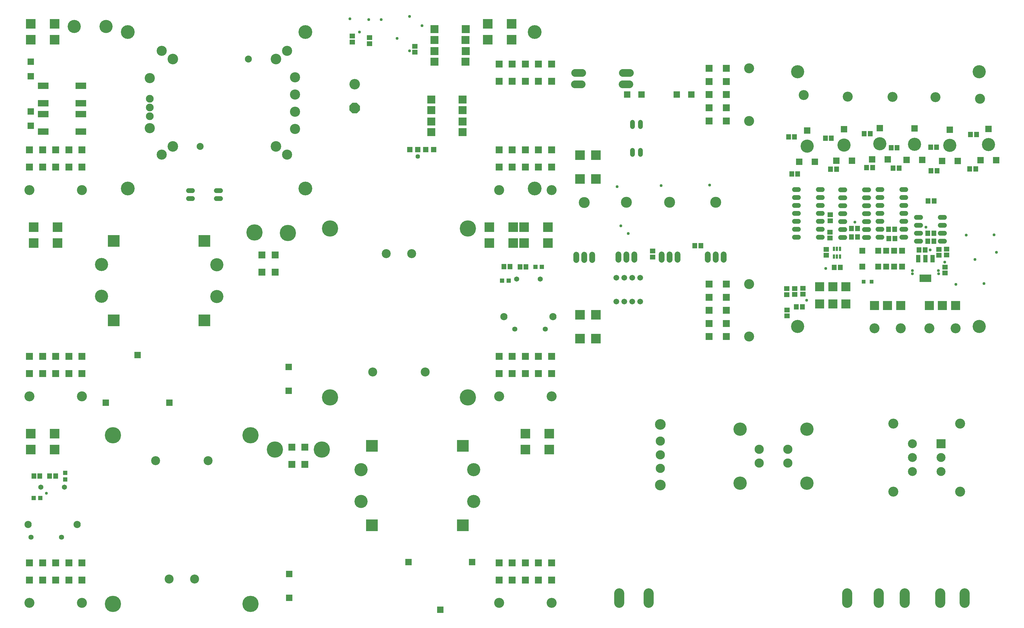
<source format=gbs>
%MOIN*%
%OFA0B0*%
%FSLAX34Y34*%
%IPPOS*%
%LPD*%
%AMOC8*
5,1,8,0,0,$1,112.5*%
%AMOC80*
5,1,8,0,0,$1,22.5*%
%AMOC81*
5,1,8,0,0,$1,22.5*%
%AMOC80*
5,1,8,0,0,$1,22.5*%
%AMOC81*
5,1,8,0,0,$1,22.5*%
%AMOC80*
5,1,8,0,0,$1,112.5*%
%ADD10C,0.16548031496062993*%
%ADD11R,0.070992125984251975X0.059181102362204731*%
%ADD12R,0.062992125984251982X0.051181102362204731*%
%ADD13C,0.12611023622047243*%
%ADD14R,0.059181102362204731X0.070992125984251975*%
%ADD15R,0.051181102362204731X0.062992125984251982*%
%ADD16R,0.072960629921259845X0.072960629921259845*%
%ADD17R,0.059181102362204731X0.06705511811023622*%
%ADD18R,0.051181102362204731X0.059055118110236227*%
%ADD19R,0.031622047244094488X0.057212598425196853*%
%ADD20R,0.023622047244094488X0.049212598425196853*%
%ADD21C,0.060000000000000005*%
%ADD22R,0.056000000000000008X0.096000000000000016*%
%ADD23R,0.048000000000000008X0.088*%
%ADD24R,0.14973228346456693X0.094614173228346463*%
%ADD25R,0.14173228346456693X0.086614173228346469*%
%ADD26R,0.06705511811023622X0.059181102362204731*%
%ADD27R,0.059055118110236227X0.051181102362204731*%
%ADD28R,0.11429921259842521X0.11429921259842521*%
%ADD29R,0.047685039370078744X0.047685039370078744*%
%ADD30R,0.0847716535433071X0.0847716535433071*%
%ADD31C,0.037779527559055122*%
%ADD42C,0.116*%
%ADD43C,0.168*%
%ADD44C,0.11252755905511812*%
%ADD45R,0.11252755905511812X0.11252755905511812*%
%ADD46C,0.12571653543307088*%
%ADD47C,0.135*%
%ADD48C,0.1265*%
%ADD49C,0.20485039370078742*%
%ADD50C,0.113*%
%ADD51R,0.090677165354330708X0.090677165354330708*%
%ADD52C,0.12611023622047243*%
%ADD53C,0.065086614173228349*%
%ADD54C,0.090677165354330708*%
%ADD55C,0.0642992125984252*%
%ADD56R,0.083X0.083*%
%ADD57R,0.055244094488188983X0.055244094488188983*%
%ADD58R,0.047244094488188976X0.047244094488188976*%
%ADD59R,0.059181102362204731X0.06705511811023622*%
%ADD60R,0.051181102362204731X0.059055118110236227*%
%ADD61R,0.12050000000000001X0.12050000000000001*%
%ADD62C,0.16548031496062993*%
%ADD63R,0.148X0.148*%
%ADD64C,0.037779527559055122*%
%ADD65C,0.20485039370078742*%
%ADD66C,0.113*%
%ADD67R,0.090677165354330708X0.090677165354330708*%
%ADD68C,0.12611023622047243*%
%ADD69C,0.065086614173228349*%
%ADD70C,0.090677165354330708*%
%ADD71C,0.0642992125984252*%
%ADD72R,0.055244094488188983X0.055244094488188983*%
%ADD73R,0.047244094488188976X0.047244094488188976*%
%ADD74R,0.059181102362204731X0.06705511811023622*%
%ADD75R,0.051181102362204731X0.059055118110236227*%
%ADD76R,0.083X0.083*%
%ADD77R,0.12050000000000001X0.12050000000000001*%
%ADD78C,0.16548031496062993*%
%ADD79R,0.148X0.148*%
%ADD80C,0.16548031496062993*%
%ADD81C,0.132*%
%ADD82P,0.1428754724409449X8X292.5*%
%ADD83R,0.06705511811023622X0.059181102362204731*%
%ADD84R,0.059055118110236227X0.051181102362204731*%
%ADD85C,0.097763779527559061*%
%ADD86C,0.12788188976377954*%
%ADD87R,0.10248818897637797X0.10248818897637797*%
%ADD88C,0.060000000000000005*%
%ADD89R,0.090677165354330708X0.090677165354330708*%
%ADD90C,0.12611023622047243*%
%ADD91C,0.133*%
%ADD92C,0.12729133858267719*%
%ADD93C,0.0879212598425197*%
%ADD94R,0.12050000000000001X0.12050000000000001*%
%ADD95R,0.070007874015748039X0.070007874015748039*%
%ADD96C,0.057212598425196853*%
%ADD97C,0.17335433070866144*%
%ADD98R,0.0847716535433071X0.0847716535433071*%
%ADD99R,0.13398425196850394X0.078866141732283471*%
%ADD100R,0.12598425196850396X0.070866141732283464*%
%ADD101C,0.037779527559055122*%
%ADD102C,0.072000000000000008*%
%ADD103C,0.074*%
%ADD104C,0.138*%
%ADD105C,0.060000000000000005*%
%ADD106R,0.090677165354330708X0.090677165354330708*%
%ADD107C,0.12611023622047243*%
%ADD108R,0.12050000000000001X0.12050000000000001*%
%ADD109C,0.0965*%
%ADD110R,0.0847716535433071X0.0847716535433071*%
%ADD111R,0.059181102362204731X0.06705511811023622*%
%ADD112R,0.051181102362204731X0.059055118110236227*%
%ADD113R,0.06705511811023622X0.059181102362204731*%
%ADD114R,0.059055118110236227X0.051181102362204731*%
%ADD115C,0.037779527559055122*%
G75*
G01*
D10*
X0123622Y0034251D02*
X0097637Y0036948D03*
X0120472Y0036948D03*
X0097637Y0069035D03*
X0120472Y0069035D03*
D11*
X0116174Y0044418D03*
D12*
X0116174Y0044418D03*
D11*
X0116174Y0043670D03*
D12*
X0116174Y0043670D03*
D11*
X0115379Y0046652D03*
D12*
X0115379Y0046652D03*
D11*
X0115379Y0045904D03*
D12*
X0115379Y0045904D03*
D13*
X0098377Y0066080D03*
X0114951Y0065830D03*
D11*
X0096280Y0039020D03*
D12*
X0096280Y0039020D03*
D11*
X0096280Y0038272D03*
D12*
X0096280Y0038272D03*
D11*
X0101679Y0048083D03*
D12*
X0101679Y0048083D03*
D11*
X0101679Y0048831D03*
D12*
X0101679Y0048831D03*
D14*
X0098212Y0039424D03*
D15*
X0098212Y0039424D03*
D14*
X0097464Y0039424D03*
D15*
X0097464Y0039424D03*
D11*
X0098287Y0041018D03*
D12*
X0098287Y0041018D03*
D11*
X0098287Y0041766D03*
D12*
X0098287Y0041766D03*
D14*
X0113999Y0048683D03*
D15*
X0113999Y0048683D03*
D14*
X0114747Y0048683D03*
D15*
X0114747Y0048683D03*
D14*
X0113999Y0047699D03*
D15*
X0113999Y0047699D03*
D14*
X0114747Y0047699D03*
D15*
X0114747Y0047699D03*
D16*
X0105748Y0044481D03*
X0107748Y0044481D03*
X0108748Y0044481D03*
X0109748Y0044481D03*
X0109748Y0046481D03*
X0108748Y0046481D03*
X0107748Y0046481D03*
X0105748Y0046481D03*
X0110748Y0044481D03*
X0110748Y0046481D03*
D17*
X0112905Y0046583D03*
D18*
X0112905Y0046583D03*
D17*
X0113653Y0046583D03*
D18*
X0113653Y0046583D03*
D19*
X0102202Y0046724D03*
D20*
X0102202Y0046724D03*
D19*
X0102576Y0046724D03*
D20*
X0102576Y0046724D03*
D19*
X0102950Y0046724D03*
D20*
X0102950Y0046724D03*
D19*
X0102950Y0045739D03*
D20*
X0102950Y0045739D03*
D19*
X0102576Y0045739D03*
D20*
X0102576Y0045739D03*
D19*
X0102202Y0045739D03*
D20*
X0102202Y0045739D03*
D21*
X0100740Y0048194D02*
X0100220Y0048194D01*
X0100220Y0049194D02*
X0100740Y0049194D01*
X0100740Y0054194D02*
X0100220Y0054194D01*
X0097740Y0054194D02*
X0097220Y0054194D01*
X0100220Y0050194D02*
X0100740Y0050194D01*
X0100740Y0051194D02*
X0100220Y0051194D01*
X0100220Y0053194D02*
X0100740Y0053194D01*
X0100740Y0052194D02*
X0100220Y0052194D01*
X0097740Y0053194D02*
X0097220Y0053194D01*
X0097220Y0052194D02*
X0097740Y0052194D01*
X0097740Y0051194D02*
X0097220Y0051194D01*
X0097220Y0050194D02*
X0097740Y0050194D01*
X0097740Y0049194D02*
X0097220Y0049194D01*
X0097220Y0048194D02*
X0097740Y0048194D01*
X0106028Y0048144D02*
X0106548Y0048144D01*
X0106548Y0049144D02*
X0106028Y0049144D01*
X0106028Y0054144D02*
X0106548Y0054144D01*
X0103548Y0054144D02*
X0103028Y0054144D01*
X0106028Y0050144D02*
X0106548Y0050144D01*
X0106548Y0051144D02*
X0106028Y0051144D01*
X0106028Y0053144D02*
X0106548Y0053144D01*
X0106548Y0052144D02*
X0106028Y0052144D01*
X0103548Y0053144D02*
X0103028Y0053144D01*
X0103028Y0052144D02*
X0103548Y0052144D01*
X0103548Y0051144D02*
X0103028Y0051144D01*
X0103028Y0050144D02*
X0103548Y0050144D01*
X0103548Y0049144D02*
X0103028Y0049144D01*
X0103028Y0048144D02*
X0103548Y0048144D01*
X0115563Y0047695D02*
X0116083Y0047695D01*
X0116083Y0048695D02*
X0115563Y0048695D01*
X0113083Y0048695D02*
X0112563Y0048695D01*
X0112563Y0047695D02*
X0113083Y0047695D01*
X0115563Y0049695D02*
X0116083Y0049695D01*
X0116083Y0050695D02*
X0115563Y0050695D01*
X0113083Y0049695D02*
X0112563Y0049695D01*
X0112563Y0050695D02*
X0113083Y0050695D01*
X0111237Y0048194D02*
X0110717Y0048194D01*
X0110717Y0049194D02*
X0111237Y0049194D01*
X0111237Y0054194D02*
X0110717Y0054194D01*
X0108237Y0054194D02*
X0107717Y0054194D01*
X0110717Y0050194D02*
X0111237Y0050194D01*
X0111237Y0051194D02*
X0110717Y0051194D01*
X0110717Y0053194D02*
X0111237Y0053194D01*
X0111237Y0052194D02*
X0110717Y0052194D01*
X0108237Y0053194D02*
X0107717Y0053194D01*
X0107717Y0052194D02*
X0108237Y0052194D01*
X0108237Y0051194D02*
X0107717Y0051194D01*
X0107717Y0050194D02*
X0108237Y0050194D01*
X0108237Y0049194D02*
X0107717Y0049194D01*
X0107717Y0048194D02*
X0108237Y0048194D01*
D22*
X0112785Y0045471D03*
D23*
X0112785Y0045471D03*
D22*
X0113695Y0045471D03*
D23*
X0113695Y0045471D03*
D22*
X0114605Y0045471D03*
D23*
X0114605Y0045471D03*
D24*
X0113695Y0043031D03*
D25*
X0113695Y0043031D03*
D17*
X0109102Y0048025D03*
D18*
X0109102Y0048025D03*
D17*
X0109850Y0048025D03*
D18*
X0109850Y0048025D03*
D17*
X0109064Y0049186D03*
D18*
X0109064Y0049186D03*
D17*
X0109812Y0049186D03*
D18*
X0109812Y0049186D03*
D26*
X0097250Y0040979D03*
D27*
X0097250Y0040979D03*
D26*
X0097250Y0041727D03*
D27*
X0097250Y0041727D03*
D26*
X0096262Y0041707D03*
D27*
X0096262Y0041707D03*
D26*
X0096262Y0040959D03*
D27*
X0096262Y0040959D03*
D26*
X0101718Y0051003D03*
D27*
X0101718Y0051003D03*
D26*
X0101718Y0050255D03*
D27*
X0101718Y0050255D03*
D17*
X0104398Y0049301D03*
D18*
X0104398Y0049301D03*
D17*
X0105146Y0049301D03*
D18*
X0105146Y0049301D03*
D17*
X0102981Y0044375D03*
D18*
X0102981Y0044375D03*
D17*
X0102233Y0044375D03*
D18*
X0102233Y0044375D03*
D13*
X0120552Y0065620D03*
D11*
X0116350Y0046687D03*
D12*
X0116350Y0046687D03*
D11*
X0116350Y0045939D03*
D12*
X0116350Y0045939D03*
D17*
X0104402Y0048216D03*
D18*
X0104402Y0048216D03*
D17*
X0105150Y0048216D03*
D18*
X0105150Y0048216D03*
D26*
X0101238Y0046668D03*
D27*
X0101238Y0046668D03*
D26*
X0101238Y0045920D03*
D27*
X0101238Y0045920D03*
D14*
X0106301Y0056940D03*
D15*
X0106301Y0056940D03*
D14*
X0107050Y0056940D03*
D15*
X0107050Y0056940D03*
D14*
X0106750Y0061207D03*
D15*
X0106750Y0061207D03*
D14*
X0106001Y0061207D03*
D15*
X0106001Y0061207D03*
D14*
X0097234Y0060828D03*
D15*
X0097234Y0060828D03*
D14*
X0096486Y0060828D03*
D15*
X0096486Y0060828D03*
D14*
X0096886Y0056140D03*
D15*
X0096886Y0056140D03*
D14*
X0097634Y0056140D03*
D15*
X0097634Y0056140D03*
D14*
X0119274Y0056790D03*
D15*
X0119274Y0056790D03*
D14*
X0120022Y0056790D03*
D15*
X0120022Y0056790D03*
D14*
X0120122Y0061118D03*
D15*
X0120122Y0061118D03*
D14*
X0119374Y0061118D03*
D15*
X0119374Y0061118D03*
D14*
X0114407Y0056540D03*
D15*
X0114407Y0056540D03*
D14*
X0115155Y0056540D03*
D15*
X0115155Y0056540D03*
D14*
X0115105Y0059518D03*
D15*
X0115105Y0059518D03*
D14*
X0114357Y0059518D03*
D15*
X0114357Y0059518D03*
D14*
X0101763Y0056740D03*
D15*
X0101763Y0056740D03*
D14*
X0102511Y0056740D03*
D15*
X0102511Y0056740D03*
D14*
X0101861Y0060668D03*
D15*
X0101861Y0060668D03*
D14*
X0101113Y0060668D03*
D15*
X0101113Y0060668D03*
D14*
X0109629Y0056900D03*
D15*
X0109629Y0056900D03*
D14*
X0110377Y0056900D03*
D15*
X0110377Y0056900D03*
D14*
X0110127Y0059468D03*
D15*
X0110127Y0059468D03*
D14*
X0109379Y0059468D03*
D15*
X0109379Y0059468D03*
D17*
X0114038Y0052742D03*
D18*
X0114038Y0052742D03*
D17*
X0114786Y0052742D03*
D18*
X0114786Y0052742D03*
D13*
X0114185Y0036712D03*
X0117492Y0036712D03*
D28*
X0114185Y0039586D03*
X0115838Y0039586D03*
X0117492Y0039586D03*
D13*
X0107285Y0036712D03*
X0110592Y0036712D03*
D28*
X0107285Y0039586D03*
X0108938Y0039586D03*
X0110592Y0039586D03*
X0103709Y0039785D03*
X0102055Y0039785D03*
X0100401Y0039785D03*
X0103709Y0041950D03*
X0102055Y0041950D03*
X0100401Y0041950D03*
D29*
X0105922Y0042601D03*
X0106922Y0042601D03*
D10*
X0112322Y0059901D03*
D30*
X0112322Y0061870D03*
X0111337Y0057933D03*
X0113306Y0057933D03*
D10*
X0103472Y0059801D03*
D30*
X0103472Y0061770D03*
X0102487Y0057833D03*
X0104456Y0057833D03*
D10*
X0107972Y0059951D03*
D30*
X0107972Y0061920D03*
X0106987Y0057983D03*
X0108956Y0057983D03*
D10*
X0098822Y0059651D03*
D30*
X0098822Y0061620D03*
X0097837Y0057683D03*
X0099806Y0057683D03*
D10*
X0121622Y0059851D03*
D30*
X0121622Y0061820D03*
X0120637Y0057883D03*
X0122606Y0057883D03*
D10*
X0116772Y0059751D03*
D30*
X0116772Y0061720D03*
X0115787Y0057783D03*
X0117756Y0057783D03*
D13*
X0103922Y0065901D03*
X0109572Y0065851D03*
D31*
X0116122Y0045051D03*
X0098772Y0040251D03*
X0117522Y0042251D03*
X0121072Y0042351D03*
X0101172Y0044251D03*
X0118822Y0048451D03*
X0122322Y0048501D03*
X0113772Y0049451D03*
X0115372Y0043601D03*
X0112072Y0043601D03*
X0119922Y0045401D03*
X0115322Y0044001D03*
X0112072Y0044001D03*
X0122622Y0046301D03*
X0104822Y0050101D03*
X0114296Y0046576D03*
G04 next file*
G04 EAGLE Gerber RS-274X export*
G75*
G01*
D42*
X0068503Y0000000D02*
X0096397Y0021501D03*
X0092807Y0021501D03*
X0096397Y0019751D03*
X0092807Y0019751D03*
D43*
X0098807Y0024031D03*
X0090407Y0024031D03*
X0090407Y0017221D03*
X0098807Y0017221D03*
D44*
X0115665Y0020444D03*
D45*
X0115665Y0022196D03*
D44*
X0112074Y0020444D03*
X0112074Y0022196D03*
X0115665Y0018692D03*
X0112074Y0018692D03*
D46*
X0109669Y0016165D03*
X0109669Y0024724D03*
X0118070Y0024724D03*
X0118070Y0016165D03*
D42*
X0080362Y0022510D03*
X0080362Y0020800D03*
X0080362Y0019090D03*
D47*
X0080362Y0016980D03*
X0080362Y0024620D03*
D48*
X0075200Y0003336D02*
X0075200Y0002151D01*
X0078893Y0002151D02*
X0078893Y0003336D01*
X0103846Y0003336D02*
X0103846Y0002151D01*
X0111082Y0002151D02*
X0111082Y0003336D01*
X0115562Y0003336D02*
X0115562Y0002151D01*
X0107838Y0002151D02*
X0107838Y0003336D01*
X0118618Y0003336D02*
X0118618Y0002151D01*
G04 next file*
G04 EAGLE Gerber RS-274X export*
G75*
G01*
D49*
X0000000Y0000000D02*
X0031889Y0021456D03*
X0037795Y0021456D03*
D50*
X0018577Y0005153D03*
X0021777Y0005153D03*
X0016877Y0020053D03*
X0023477Y0020053D03*
D49*
X0011515Y0023263D03*
X0028838Y0023263D03*
X0011515Y0002003D03*
X0028838Y0002003D03*
D51*
X0007637Y0005035D03*
X0005984Y0005035D03*
X0004330Y0005035D03*
X0002677Y0005035D03*
X0001023Y0005035D03*
X0002677Y0007200D03*
X0001023Y0007200D03*
X0004330Y0007200D03*
X0005984Y0007200D03*
X0007637Y0007200D03*
D52*
X0007637Y0002161D03*
X0001023Y0002161D03*
D53*
X0005413Y0016732D03*
X0002460Y0016732D03*
D54*
X0007027Y0012007D03*
X0000846Y0012007D03*
D55*
X0005070Y0010433D03*
X0001228Y0010433D03*
D51*
X0035669Y0019586D03*
X0034015Y0019586D03*
X0034015Y0021751D03*
X0035669Y0021751D03*
D56*
X0056692Y0007283D03*
X0048692Y0007283D03*
X0052692Y0001283D03*
X0033692Y0002783D03*
X0033692Y0005783D03*
D57*
X0001555Y0015354D03*
D58*
X0001555Y0015354D03*
D57*
X0002381Y0015354D03*
D58*
X0002381Y0015354D03*
D59*
X0002342Y0018110D03*
D60*
X0002342Y0018110D03*
D59*
X0001594Y0018110D03*
D60*
X0001594Y0018110D03*
D51*
X0066692Y0005035D03*
X0065039Y0005035D03*
X0063385Y0005035D03*
X0061732Y0005035D03*
X0060078Y0005035D03*
X0061732Y0007200D03*
X0060078Y0007200D03*
X0063385Y0007200D03*
X0065039Y0007200D03*
X0066692Y0007200D03*
D52*
X0066692Y0002161D03*
X0060078Y0002161D03*
D61*
X0001181Y0023456D03*
X0004181Y0023456D03*
X0004181Y0021456D03*
X0001181Y0021456D03*
X0063385Y0023456D03*
X0066385Y0023456D03*
X0066385Y0021456D03*
X0063385Y0021456D03*
D62*
X0056889Y0014929D03*
X0056889Y0018929D03*
X0042716Y0018929D03*
X0042716Y0014929D03*
D63*
X0044094Y0021929D03*
X0044094Y0011929D03*
X0055511Y0011929D03*
X0055511Y0021929D03*
D57*
X0005511Y0018523D03*
D58*
X0005511Y0018523D03*
D57*
X0005511Y0017696D03*
D58*
X0005511Y0017696D03*
D59*
X0003562Y0018110D03*
D60*
X0003562Y0018110D03*
D59*
X0004311Y0018110D03*
D60*
X0004311Y0018110D03*
D64*
X0003149Y0015944D03*
G04 next file*
G04 EAGLE Gerber RS-274X export*
G75*
G01*
D65*
X0000000Y0025984D02*
X0029330Y0048769D03*
X0033513Y0048720D03*
D66*
X0049090Y0046127D03*
X0045890Y0046127D03*
X0050790Y0031227D03*
X0044190Y0031227D03*
D65*
X0056151Y0028017D03*
X0038828Y0028017D03*
X0056151Y0049277D03*
X0038828Y0049277D03*
D67*
X0066692Y0031019D03*
X0065039Y0031019D03*
X0063385Y0031019D03*
X0061732Y0031019D03*
X0060078Y0031019D03*
X0061732Y0033185D03*
X0060078Y0033185D03*
X0063385Y0033185D03*
X0065039Y0033185D03*
X0066692Y0033185D03*
D68*
X0066692Y0028145D03*
X0060078Y0028145D03*
D69*
X0065255Y0042913D03*
X0062303Y0042913D03*
D70*
X0060688Y0038188D03*
X0066870Y0038188D03*
D71*
X0062055Y0036614D03*
X0065897Y0036614D03*
D67*
X0031929Y0043799D03*
X0030275Y0043799D03*
X0030275Y0045964D03*
X0031929Y0045964D03*
D72*
X0060462Y0042716D03*
D73*
X0060462Y0042716D03*
D72*
X0061289Y0042716D03*
D73*
X0061289Y0042716D03*
D74*
X0061446Y0044488D03*
D75*
X0061446Y0044488D03*
D74*
X0060698Y0044488D03*
D75*
X0060698Y0044488D03*
D76*
X0010629Y0027362D03*
X0018629Y0027362D03*
X0014629Y0033362D03*
X0033629Y0031862D03*
X0033629Y0028862D03*
D72*
X0064645Y0044438D03*
D73*
X0064645Y0044438D03*
D72*
X0065472Y0044438D03*
D73*
X0065472Y0044438D03*
D74*
X0062716Y0044438D03*
D75*
X0062716Y0044438D03*
D74*
X0063464Y0044438D03*
D75*
X0063464Y0044438D03*
D67*
X0007637Y0031019D03*
X0005984Y0031019D03*
X0004330Y0031019D03*
X0002677Y0031019D03*
X0001023Y0031019D03*
X0002677Y0033185D03*
X0001023Y0033185D03*
X0004330Y0033185D03*
X0005984Y0033185D03*
X0007637Y0033185D03*
D68*
X0007637Y0028145D03*
X0001023Y0028145D03*
D77*
X0001574Y0049440D03*
X0004574Y0049440D03*
X0004574Y0047440D03*
X0001574Y0047440D03*
X0058858Y0049440D03*
X0061858Y0049440D03*
X0061858Y0047440D03*
X0058858Y0047440D03*
D78*
X0024606Y0040716D03*
X0024606Y0044716D03*
X0010088Y0044765D03*
X0010088Y0040765D03*
D79*
X0023031Y0047716D03*
X0023031Y0037716D03*
X0011614Y0037716D03*
X0011614Y0047716D03*
D77*
X0063238Y0049440D03*
X0066238Y0049440D03*
X0066238Y0047440D03*
X0063238Y0047440D03*
G04 next file*
G04 EAGLE Gerber RS-274X export*
G75*
G01*
D80*
X0000000Y0051968D02*
X0006661Y0074704D03*
X0010661Y0074704D03*
D81*
X0041929Y0067444D03*
D82*
X0041929Y0064444D03*
D83*
X0049507Y0072224D03*
D84*
X0049507Y0072224D03*
D83*
X0049507Y0071476D03*
D84*
X0049507Y0071476D03*
D85*
X0016165Y0064515D03*
X0016165Y0063433D03*
D86*
X0016165Y0068208D03*
X0016165Y0061909D03*
X0034425Y0068307D03*
X0034425Y0063976D03*
X0034425Y0066141D03*
X0034425Y0061811D03*
D85*
X0016165Y0065602D03*
D83*
X0043799Y0072559D03*
D84*
X0043799Y0072559D03*
D83*
X0043799Y0073307D03*
D84*
X0043799Y0073307D03*
D87*
X0051574Y0062755D03*
X0051574Y0061417D03*
X0055488Y0062755D03*
X0055480Y0061417D03*
X0051574Y0065511D03*
X0051574Y0064173D03*
X0055488Y0065511D03*
X0055480Y0064173D03*
X0051968Y0071614D03*
X0051968Y0070275D03*
X0055881Y0071614D03*
X0055873Y0070275D03*
X0051968Y0074370D03*
X0051968Y0073031D03*
X0055881Y0074370D03*
X0055873Y0073031D03*
D88*
X0021531Y0054043D02*
X0021011Y0054043D01*
X0021011Y0053043D02*
X0021531Y0053043D01*
X0024531Y0053043D02*
X0025051Y0053043D01*
X0025051Y0054043D02*
X0024531Y0054043D01*
D83*
X0041633Y0072755D03*
D84*
X0041633Y0072755D03*
D83*
X0041633Y0073503D03*
D84*
X0041633Y0073503D03*
D89*
X0060078Y0069980D03*
X0061732Y0069980D03*
X0063385Y0069980D03*
X0065039Y0069980D03*
X0066692Y0069980D03*
X0065039Y0067814D03*
X0066692Y0067814D03*
X0063385Y0067814D03*
X0061732Y0067814D03*
X0060078Y0067814D03*
X0007637Y0057003D03*
X0005984Y0057003D03*
X0004330Y0057003D03*
X0002677Y0057003D03*
X0001023Y0057003D03*
X0002677Y0059169D03*
X0001023Y0059169D03*
X0004330Y0059169D03*
X0005984Y0059169D03*
X0007637Y0059169D03*
D90*
X0007637Y0054129D03*
X0001023Y0054129D03*
D89*
X0066692Y0057003D03*
X0065039Y0057003D03*
X0063385Y0057003D03*
X0061732Y0057003D03*
X0060078Y0057003D03*
X0061732Y0059169D03*
X0060078Y0059169D03*
X0063385Y0059169D03*
X0065039Y0059169D03*
X0066692Y0059169D03*
D90*
X0066692Y0054129D03*
X0060078Y0054129D03*
D91*
X0019057Y0070608D03*
X0019057Y0059608D03*
X0032025Y0070608D03*
X0032025Y0059608D03*
D92*
X0017667Y0071643D03*
X0033415Y0071643D03*
X0017667Y0058572D03*
D93*
X0022505Y0059608D03*
X0028576Y0070608D03*
D92*
X0033415Y0058572D03*
D94*
X0001181Y0075047D03*
X0004181Y0075047D03*
X0004181Y0073047D03*
X0001181Y0073047D03*
X0058661Y0075047D03*
X0061661Y0075047D03*
X0061661Y0073047D03*
X0058661Y0073047D03*
D95*
X0048868Y0059202D03*
X0049868Y0059202D03*
X0050868Y0059202D03*
X0051868Y0059202D03*
D96*
X0049868Y0058352D03*
D97*
X0064566Y0054330D03*
X0064566Y0074015D03*
X0035728Y0074015D03*
X0035728Y0054330D03*
X0013385Y0074015D03*
X0013385Y0054330D03*
D98*
X0001181Y0062204D03*
X0001181Y0068464D03*
X0001181Y0064015D03*
X0001181Y0070275D03*
D99*
X0007480Y0061496D03*
D100*
X0007480Y0061496D03*
D99*
X0007480Y0063700D03*
D100*
X0007480Y0063700D03*
D99*
X0007480Y0065039D03*
D100*
X0007480Y0065039D03*
D99*
X0007480Y0067244D03*
D100*
X0007480Y0067244D03*
D99*
X0002755Y0067244D03*
D100*
X0002755Y0067244D03*
D99*
X0002755Y0065039D03*
D100*
X0002755Y0065039D03*
D99*
X0002755Y0063700D03*
D100*
X0002755Y0063700D03*
D99*
X0002755Y0061496D03*
D100*
X0002755Y0061496D03*
D101*
X0045275Y0075590D03*
X0047244Y0073228D03*
X0048818Y0075984D03*
X0050393Y0074803D03*
X0048818Y0071653D03*
X0043700Y0075590D03*
X0042519Y0074015D03*
X0041338Y0075696D03*
G04 next file*
G04 EAGLE Gerber RS-274X export*
G75*
G01*
D102*
X0093700Y0034251D02*
X0077838Y0043074D03*
X0076838Y0043074D03*
X0076838Y0040074D03*
X0077838Y0040074D03*
X0075838Y0043074D03*
X0074838Y0043074D03*
X0075838Y0040074D03*
X0074838Y0040074D03*
D103*
X0069787Y0045319D02*
X0069787Y0045979D01*
X0070787Y0045979D02*
X0070787Y0045319D01*
X0071787Y0045319D02*
X0071787Y0045979D01*
D104*
X0070787Y0052549D03*
D105*
X0077862Y0062129D02*
X0077862Y0062649D01*
X0076862Y0062649D02*
X0076862Y0062129D01*
X0076862Y0059129D02*
X0076862Y0058609D01*
X0077862Y0058609D02*
X0077862Y0059129D01*
D106*
X0088665Y0042283D03*
X0088665Y0040629D03*
X0088665Y0038976D03*
X0088665Y0037322D03*
X0088665Y0035669D03*
X0086500Y0037322D03*
X0086500Y0035669D03*
X0086500Y0038976D03*
X0086500Y0040629D03*
X0086500Y0042283D03*
D107*
X0091539Y0042283D03*
X0091539Y0035669D03*
D106*
X0088665Y0069448D03*
X0088665Y0067795D03*
X0088665Y0066141D03*
X0088665Y0064488D03*
X0088665Y0062834D03*
X0086500Y0064488D03*
X0086500Y0062834D03*
X0086500Y0066141D03*
X0086500Y0067795D03*
X0086500Y0069448D03*
D107*
X0091539Y0069448D03*
X0091539Y0062834D03*
D108*
X0070244Y0055511D03*
X0070244Y0058511D03*
X0072244Y0058511D03*
X0072244Y0055511D03*
X0070244Y0035433D03*
X0070244Y0038433D03*
X0072244Y0038433D03*
X0072244Y0035433D03*
D109*
X0075628Y0068897D02*
X0076513Y0068897D01*
X0070513Y0068897D02*
X0069628Y0068897D01*
D110*
X0084251Y0066141D03*
X0077992Y0066141D03*
X0082440Y0066141D03*
X0076181Y0066141D03*
D103*
X0075102Y0046018D02*
X0075102Y0045358D01*
X0076102Y0045358D02*
X0076102Y0046018D01*
X0077102Y0046018D02*
X0077102Y0045358D01*
D104*
X0076102Y0052588D03*
D103*
X0086322Y0046018D02*
X0086322Y0045358D01*
X0087322Y0045358D02*
X0087322Y0046018D01*
X0088322Y0046018D02*
X0088322Y0045358D01*
D104*
X0087322Y0052588D03*
D103*
X0080535Y0046018D02*
X0080535Y0045358D01*
X0081535Y0045358D02*
X0081535Y0046018D01*
X0082535Y0046018D02*
X0082535Y0045358D01*
D104*
X0081535Y0052588D03*
D111*
X0084704Y0047125D03*
D112*
X0084704Y0047125D03*
D111*
X0085452Y0047125D03*
D112*
X0085452Y0047125D03*
D113*
X0079409Y0045688D03*
D114*
X0079409Y0045688D03*
D113*
X0079409Y0046437D03*
D114*
X0079409Y0046437D03*
D109*
X0076473Y0067440D02*
X0075588Y0067440D01*
X0070473Y0067440D02*
X0069588Y0067440D01*
D115*
X0074921Y0054566D03*
X0080472Y0054685D03*
X0086555Y0054744D03*
X0075393Y0049606D03*
X0076338Y0048661D03*
M02*
</source>
